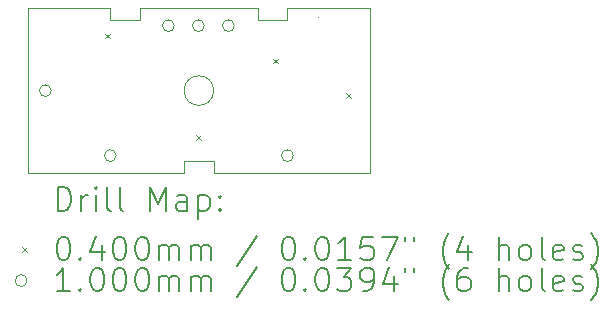
<source format=gbr>
%TF.GenerationSoftware,KiCad,Pcbnew,7.0.9*%
%TF.CreationDate,2024-02-15T17:21:28-06:00*%
%TF.ProjectId,MUX,4d55582e-6b69-4636-9164-5f7063625858,rev?*%
%TF.SameCoordinates,Original*%
%TF.FileFunction,Drillmap*%
%TF.FilePolarity,Positive*%
%FSLAX45Y45*%
G04 Gerber Fmt 4.5, Leading zero omitted, Abs format (unit mm)*
G04 Created by KiCad (PCBNEW 7.0.9) date 2024-02-15 17:21:28*
%MOMM*%
%LPD*%
G01*
G04 APERTURE LIST*
%ADD10C,0.100000*%
%ADD11C,0.200000*%
G04 APERTURE END LIST*
D10*
X14750000Y-8150000D02*
X15000000Y-8150000D01*
X15000000Y-8050000D01*
X16000000Y-8050000D01*
X16000000Y-8150000D01*
X16250000Y-8150000D01*
X16250000Y-8050000D01*
X16950000Y-8050000D01*
X16950000Y-9450000D01*
X15625000Y-9450000D01*
X15625000Y-9350000D01*
X15375000Y-9350000D01*
X15375000Y-9450000D01*
X14050000Y-9450000D01*
X14050000Y-8050000D01*
X14750000Y-8050000D01*
X14750000Y-8150000D01*
X16510000Y-8128000D02*
G75*
G03*
X16510000Y-8128000I0J0D01*
G01*
X15625000Y-8750000D02*
G75*
G03*
X15625000Y-8750000I-125000J0D01*
G01*
D11*
D10*
X14707407Y-8268102D02*
X14747407Y-8308102D01*
X14747407Y-8268102D02*
X14707407Y-8308102D01*
X15474000Y-9124000D02*
X15514000Y-9164000D01*
X15514000Y-9124000D02*
X15474000Y-9164000D01*
X16130000Y-8480000D02*
X16170000Y-8520000D01*
X16170000Y-8480000D02*
X16130000Y-8520000D01*
X16744000Y-8773564D02*
X16784000Y-8813564D01*
X16784000Y-8773564D02*
X16744000Y-8813564D01*
X14250000Y-8750000D02*
G75*
G03*
X14250000Y-8750000I-50000J0D01*
G01*
X14800000Y-9300000D02*
G75*
G03*
X14800000Y-9300000I-50000J0D01*
G01*
X15292000Y-8200000D02*
G75*
G03*
X15292000Y-8200000I-50000J0D01*
G01*
X15546000Y-8200000D02*
G75*
G03*
X15546000Y-8200000I-50000J0D01*
G01*
X15800000Y-8200000D02*
G75*
G03*
X15800000Y-8200000I-50000J0D01*
G01*
X16300000Y-9300000D02*
G75*
G03*
X16300000Y-9300000I-50000J0D01*
G01*
D11*
X14305777Y-9766484D02*
X14305777Y-9566484D01*
X14305777Y-9566484D02*
X14353396Y-9566484D01*
X14353396Y-9566484D02*
X14381967Y-9576008D01*
X14381967Y-9576008D02*
X14401015Y-9595055D01*
X14401015Y-9595055D02*
X14410539Y-9614103D01*
X14410539Y-9614103D02*
X14420062Y-9652198D01*
X14420062Y-9652198D02*
X14420062Y-9680770D01*
X14420062Y-9680770D02*
X14410539Y-9718865D01*
X14410539Y-9718865D02*
X14401015Y-9737912D01*
X14401015Y-9737912D02*
X14381967Y-9756960D01*
X14381967Y-9756960D02*
X14353396Y-9766484D01*
X14353396Y-9766484D02*
X14305777Y-9766484D01*
X14505777Y-9766484D02*
X14505777Y-9633150D01*
X14505777Y-9671246D02*
X14515301Y-9652198D01*
X14515301Y-9652198D02*
X14524824Y-9642674D01*
X14524824Y-9642674D02*
X14543872Y-9633150D01*
X14543872Y-9633150D02*
X14562920Y-9633150D01*
X14629586Y-9766484D02*
X14629586Y-9633150D01*
X14629586Y-9566484D02*
X14620062Y-9576008D01*
X14620062Y-9576008D02*
X14629586Y-9585531D01*
X14629586Y-9585531D02*
X14639110Y-9576008D01*
X14639110Y-9576008D02*
X14629586Y-9566484D01*
X14629586Y-9566484D02*
X14629586Y-9585531D01*
X14753396Y-9766484D02*
X14734348Y-9756960D01*
X14734348Y-9756960D02*
X14724824Y-9737912D01*
X14724824Y-9737912D02*
X14724824Y-9566484D01*
X14858158Y-9766484D02*
X14839110Y-9756960D01*
X14839110Y-9756960D02*
X14829586Y-9737912D01*
X14829586Y-9737912D02*
X14829586Y-9566484D01*
X15086729Y-9766484D02*
X15086729Y-9566484D01*
X15086729Y-9566484D02*
X15153396Y-9709341D01*
X15153396Y-9709341D02*
X15220062Y-9566484D01*
X15220062Y-9566484D02*
X15220062Y-9766484D01*
X15401015Y-9766484D02*
X15401015Y-9661722D01*
X15401015Y-9661722D02*
X15391491Y-9642674D01*
X15391491Y-9642674D02*
X15372443Y-9633150D01*
X15372443Y-9633150D02*
X15334348Y-9633150D01*
X15334348Y-9633150D02*
X15315301Y-9642674D01*
X15401015Y-9756960D02*
X15381967Y-9766484D01*
X15381967Y-9766484D02*
X15334348Y-9766484D01*
X15334348Y-9766484D02*
X15315301Y-9756960D01*
X15315301Y-9756960D02*
X15305777Y-9737912D01*
X15305777Y-9737912D02*
X15305777Y-9718865D01*
X15305777Y-9718865D02*
X15315301Y-9699817D01*
X15315301Y-9699817D02*
X15334348Y-9690293D01*
X15334348Y-9690293D02*
X15381967Y-9690293D01*
X15381967Y-9690293D02*
X15401015Y-9680770D01*
X15496253Y-9633150D02*
X15496253Y-9833150D01*
X15496253Y-9642674D02*
X15515301Y-9633150D01*
X15515301Y-9633150D02*
X15553396Y-9633150D01*
X15553396Y-9633150D02*
X15572443Y-9642674D01*
X15572443Y-9642674D02*
X15581967Y-9652198D01*
X15581967Y-9652198D02*
X15591491Y-9671246D01*
X15591491Y-9671246D02*
X15591491Y-9728389D01*
X15591491Y-9728389D02*
X15581967Y-9747436D01*
X15581967Y-9747436D02*
X15572443Y-9756960D01*
X15572443Y-9756960D02*
X15553396Y-9766484D01*
X15553396Y-9766484D02*
X15515301Y-9766484D01*
X15515301Y-9766484D02*
X15496253Y-9756960D01*
X15677205Y-9747436D02*
X15686729Y-9756960D01*
X15686729Y-9756960D02*
X15677205Y-9766484D01*
X15677205Y-9766484D02*
X15667682Y-9756960D01*
X15667682Y-9756960D02*
X15677205Y-9747436D01*
X15677205Y-9747436D02*
X15677205Y-9766484D01*
X15677205Y-9642674D02*
X15686729Y-9652198D01*
X15686729Y-9652198D02*
X15677205Y-9661722D01*
X15677205Y-9661722D02*
X15667682Y-9652198D01*
X15667682Y-9652198D02*
X15677205Y-9642674D01*
X15677205Y-9642674D02*
X15677205Y-9661722D01*
D10*
X14005000Y-10075000D02*
X14045000Y-10115000D01*
X14045000Y-10075000D02*
X14005000Y-10115000D01*
D11*
X14343872Y-9986484D02*
X14362920Y-9986484D01*
X14362920Y-9986484D02*
X14381967Y-9996008D01*
X14381967Y-9996008D02*
X14391491Y-10005531D01*
X14391491Y-10005531D02*
X14401015Y-10024579D01*
X14401015Y-10024579D02*
X14410539Y-10062674D01*
X14410539Y-10062674D02*
X14410539Y-10110293D01*
X14410539Y-10110293D02*
X14401015Y-10148389D01*
X14401015Y-10148389D02*
X14391491Y-10167436D01*
X14391491Y-10167436D02*
X14381967Y-10176960D01*
X14381967Y-10176960D02*
X14362920Y-10186484D01*
X14362920Y-10186484D02*
X14343872Y-10186484D01*
X14343872Y-10186484D02*
X14324824Y-10176960D01*
X14324824Y-10176960D02*
X14315301Y-10167436D01*
X14315301Y-10167436D02*
X14305777Y-10148389D01*
X14305777Y-10148389D02*
X14296253Y-10110293D01*
X14296253Y-10110293D02*
X14296253Y-10062674D01*
X14296253Y-10062674D02*
X14305777Y-10024579D01*
X14305777Y-10024579D02*
X14315301Y-10005531D01*
X14315301Y-10005531D02*
X14324824Y-9996008D01*
X14324824Y-9996008D02*
X14343872Y-9986484D01*
X14496253Y-10167436D02*
X14505777Y-10176960D01*
X14505777Y-10176960D02*
X14496253Y-10186484D01*
X14496253Y-10186484D02*
X14486729Y-10176960D01*
X14486729Y-10176960D02*
X14496253Y-10167436D01*
X14496253Y-10167436D02*
X14496253Y-10186484D01*
X14677205Y-10053150D02*
X14677205Y-10186484D01*
X14629586Y-9976960D02*
X14581967Y-10119817D01*
X14581967Y-10119817D02*
X14705777Y-10119817D01*
X14820062Y-9986484D02*
X14839110Y-9986484D01*
X14839110Y-9986484D02*
X14858158Y-9996008D01*
X14858158Y-9996008D02*
X14867682Y-10005531D01*
X14867682Y-10005531D02*
X14877205Y-10024579D01*
X14877205Y-10024579D02*
X14886729Y-10062674D01*
X14886729Y-10062674D02*
X14886729Y-10110293D01*
X14886729Y-10110293D02*
X14877205Y-10148389D01*
X14877205Y-10148389D02*
X14867682Y-10167436D01*
X14867682Y-10167436D02*
X14858158Y-10176960D01*
X14858158Y-10176960D02*
X14839110Y-10186484D01*
X14839110Y-10186484D02*
X14820062Y-10186484D01*
X14820062Y-10186484D02*
X14801015Y-10176960D01*
X14801015Y-10176960D02*
X14791491Y-10167436D01*
X14791491Y-10167436D02*
X14781967Y-10148389D01*
X14781967Y-10148389D02*
X14772443Y-10110293D01*
X14772443Y-10110293D02*
X14772443Y-10062674D01*
X14772443Y-10062674D02*
X14781967Y-10024579D01*
X14781967Y-10024579D02*
X14791491Y-10005531D01*
X14791491Y-10005531D02*
X14801015Y-9996008D01*
X14801015Y-9996008D02*
X14820062Y-9986484D01*
X15010539Y-9986484D02*
X15029586Y-9986484D01*
X15029586Y-9986484D02*
X15048634Y-9996008D01*
X15048634Y-9996008D02*
X15058158Y-10005531D01*
X15058158Y-10005531D02*
X15067682Y-10024579D01*
X15067682Y-10024579D02*
X15077205Y-10062674D01*
X15077205Y-10062674D02*
X15077205Y-10110293D01*
X15077205Y-10110293D02*
X15067682Y-10148389D01*
X15067682Y-10148389D02*
X15058158Y-10167436D01*
X15058158Y-10167436D02*
X15048634Y-10176960D01*
X15048634Y-10176960D02*
X15029586Y-10186484D01*
X15029586Y-10186484D02*
X15010539Y-10186484D01*
X15010539Y-10186484D02*
X14991491Y-10176960D01*
X14991491Y-10176960D02*
X14981967Y-10167436D01*
X14981967Y-10167436D02*
X14972443Y-10148389D01*
X14972443Y-10148389D02*
X14962920Y-10110293D01*
X14962920Y-10110293D02*
X14962920Y-10062674D01*
X14962920Y-10062674D02*
X14972443Y-10024579D01*
X14972443Y-10024579D02*
X14981967Y-10005531D01*
X14981967Y-10005531D02*
X14991491Y-9996008D01*
X14991491Y-9996008D02*
X15010539Y-9986484D01*
X15162920Y-10186484D02*
X15162920Y-10053150D01*
X15162920Y-10072198D02*
X15172443Y-10062674D01*
X15172443Y-10062674D02*
X15191491Y-10053150D01*
X15191491Y-10053150D02*
X15220063Y-10053150D01*
X15220063Y-10053150D02*
X15239110Y-10062674D01*
X15239110Y-10062674D02*
X15248634Y-10081722D01*
X15248634Y-10081722D02*
X15248634Y-10186484D01*
X15248634Y-10081722D02*
X15258158Y-10062674D01*
X15258158Y-10062674D02*
X15277205Y-10053150D01*
X15277205Y-10053150D02*
X15305777Y-10053150D01*
X15305777Y-10053150D02*
X15324824Y-10062674D01*
X15324824Y-10062674D02*
X15334348Y-10081722D01*
X15334348Y-10081722D02*
X15334348Y-10186484D01*
X15429586Y-10186484D02*
X15429586Y-10053150D01*
X15429586Y-10072198D02*
X15439110Y-10062674D01*
X15439110Y-10062674D02*
X15458158Y-10053150D01*
X15458158Y-10053150D02*
X15486729Y-10053150D01*
X15486729Y-10053150D02*
X15505777Y-10062674D01*
X15505777Y-10062674D02*
X15515301Y-10081722D01*
X15515301Y-10081722D02*
X15515301Y-10186484D01*
X15515301Y-10081722D02*
X15524824Y-10062674D01*
X15524824Y-10062674D02*
X15543872Y-10053150D01*
X15543872Y-10053150D02*
X15572443Y-10053150D01*
X15572443Y-10053150D02*
X15591491Y-10062674D01*
X15591491Y-10062674D02*
X15601015Y-10081722D01*
X15601015Y-10081722D02*
X15601015Y-10186484D01*
X15991491Y-9976960D02*
X15820063Y-10234103D01*
X16248634Y-9986484D02*
X16267682Y-9986484D01*
X16267682Y-9986484D02*
X16286729Y-9996008D01*
X16286729Y-9996008D02*
X16296253Y-10005531D01*
X16296253Y-10005531D02*
X16305777Y-10024579D01*
X16305777Y-10024579D02*
X16315301Y-10062674D01*
X16315301Y-10062674D02*
X16315301Y-10110293D01*
X16315301Y-10110293D02*
X16305777Y-10148389D01*
X16305777Y-10148389D02*
X16296253Y-10167436D01*
X16296253Y-10167436D02*
X16286729Y-10176960D01*
X16286729Y-10176960D02*
X16267682Y-10186484D01*
X16267682Y-10186484D02*
X16248634Y-10186484D01*
X16248634Y-10186484D02*
X16229586Y-10176960D01*
X16229586Y-10176960D02*
X16220063Y-10167436D01*
X16220063Y-10167436D02*
X16210539Y-10148389D01*
X16210539Y-10148389D02*
X16201015Y-10110293D01*
X16201015Y-10110293D02*
X16201015Y-10062674D01*
X16201015Y-10062674D02*
X16210539Y-10024579D01*
X16210539Y-10024579D02*
X16220063Y-10005531D01*
X16220063Y-10005531D02*
X16229586Y-9996008D01*
X16229586Y-9996008D02*
X16248634Y-9986484D01*
X16401015Y-10167436D02*
X16410539Y-10176960D01*
X16410539Y-10176960D02*
X16401015Y-10186484D01*
X16401015Y-10186484D02*
X16391491Y-10176960D01*
X16391491Y-10176960D02*
X16401015Y-10167436D01*
X16401015Y-10167436D02*
X16401015Y-10186484D01*
X16534348Y-9986484D02*
X16553396Y-9986484D01*
X16553396Y-9986484D02*
X16572444Y-9996008D01*
X16572444Y-9996008D02*
X16581967Y-10005531D01*
X16581967Y-10005531D02*
X16591491Y-10024579D01*
X16591491Y-10024579D02*
X16601015Y-10062674D01*
X16601015Y-10062674D02*
X16601015Y-10110293D01*
X16601015Y-10110293D02*
X16591491Y-10148389D01*
X16591491Y-10148389D02*
X16581967Y-10167436D01*
X16581967Y-10167436D02*
X16572444Y-10176960D01*
X16572444Y-10176960D02*
X16553396Y-10186484D01*
X16553396Y-10186484D02*
X16534348Y-10186484D01*
X16534348Y-10186484D02*
X16515301Y-10176960D01*
X16515301Y-10176960D02*
X16505777Y-10167436D01*
X16505777Y-10167436D02*
X16496253Y-10148389D01*
X16496253Y-10148389D02*
X16486729Y-10110293D01*
X16486729Y-10110293D02*
X16486729Y-10062674D01*
X16486729Y-10062674D02*
X16496253Y-10024579D01*
X16496253Y-10024579D02*
X16505777Y-10005531D01*
X16505777Y-10005531D02*
X16515301Y-9996008D01*
X16515301Y-9996008D02*
X16534348Y-9986484D01*
X16791491Y-10186484D02*
X16677206Y-10186484D01*
X16734348Y-10186484D02*
X16734348Y-9986484D01*
X16734348Y-9986484D02*
X16715301Y-10015055D01*
X16715301Y-10015055D02*
X16696253Y-10034103D01*
X16696253Y-10034103D02*
X16677206Y-10043627D01*
X16972444Y-9986484D02*
X16877206Y-9986484D01*
X16877206Y-9986484D02*
X16867682Y-10081722D01*
X16867682Y-10081722D02*
X16877206Y-10072198D01*
X16877206Y-10072198D02*
X16896253Y-10062674D01*
X16896253Y-10062674D02*
X16943872Y-10062674D01*
X16943872Y-10062674D02*
X16962920Y-10072198D01*
X16962920Y-10072198D02*
X16972444Y-10081722D01*
X16972444Y-10081722D02*
X16981968Y-10100770D01*
X16981968Y-10100770D02*
X16981968Y-10148389D01*
X16981968Y-10148389D02*
X16972444Y-10167436D01*
X16972444Y-10167436D02*
X16962920Y-10176960D01*
X16962920Y-10176960D02*
X16943872Y-10186484D01*
X16943872Y-10186484D02*
X16896253Y-10186484D01*
X16896253Y-10186484D02*
X16877206Y-10176960D01*
X16877206Y-10176960D02*
X16867682Y-10167436D01*
X17048634Y-9986484D02*
X17181968Y-9986484D01*
X17181968Y-9986484D02*
X17096253Y-10186484D01*
X17248634Y-9986484D02*
X17248634Y-10024579D01*
X17324825Y-9986484D02*
X17324825Y-10024579D01*
X17620063Y-10262674D02*
X17610539Y-10253150D01*
X17610539Y-10253150D02*
X17591491Y-10224579D01*
X17591491Y-10224579D02*
X17581968Y-10205531D01*
X17581968Y-10205531D02*
X17572444Y-10176960D01*
X17572444Y-10176960D02*
X17562920Y-10129341D01*
X17562920Y-10129341D02*
X17562920Y-10091246D01*
X17562920Y-10091246D02*
X17572444Y-10043627D01*
X17572444Y-10043627D02*
X17581968Y-10015055D01*
X17581968Y-10015055D02*
X17591491Y-9996008D01*
X17591491Y-9996008D02*
X17610539Y-9967436D01*
X17610539Y-9967436D02*
X17620063Y-9957912D01*
X17781968Y-10053150D02*
X17781968Y-10186484D01*
X17734349Y-9976960D02*
X17686730Y-10119817D01*
X17686730Y-10119817D02*
X17810539Y-10119817D01*
X18039111Y-10186484D02*
X18039111Y-9986484D01*
X18124825Y-10186484D02*
X18124825Y-10081722D01*
X18124825Y-10081722D02*
X18115301Y-10062674D01*
X18115301Y-10062674D02*
X18096253Y-10053150D01*
X18096253Y-10053150D02*
X18067682Y-10053150D01*
X18067682Y-10053150D02*
X18048634Y-10062674D01*
X18048634Y-10062674D02*
X18039111Y-10072198D01*
X18248634Y-10186484D02*
X18229587Y-10176960D01*
X18229587Y-10176960D02*
X18220063Y-10167436D01*
X18220063Y-10167436D02*
X18210539Y-10148389D01*
X18210539Y-10148389D02*
X18210539Y-10091246D01*
X18210539Y-10091246D02*
X18220063Y-10072198D01*
X18220063Y-10072198D02*
X18229587Y-10062674D01*
X18229587Y-10062674D02*
X18248634Y-10053150D01*
X18248634Y-10053150D02*
X18277206Y-10053150D01*
X18277206Y-10053150D02*
X18296253Y-10062674D01*
X18296253Y-10062674D02*
X18305777Y-10072198D01*
X18305777Y-10072198D02*
X18315301Y-10091246D01*
X18315301Y-10091246D02*
X18315301Y-10148389D01*
X18315301Y-10148389D02*
X18305777Y-10167436D01*
X18305777Y-10167436D02*
X18296253Y-10176960D01*
X18296253Y-10176960D02*
X18277206Y-10186484D01*
X18277206Y-10186484D02*
X18248634Y-10186484D01*
X18429587Y-10186484D02*
X18410539Y-10176960D01*
X18410539Y-10176960D02*
X18401015Y-10157912D01*
X18401015Y-10157912D02*
X18401015Y-9986484D01*
X18581968Y-10176960D02*
X18562920Y-10186484D01*
X18562920Y-10186484D02*
X18524825Y-10186484D01*
X18524825Y-10186484D02*
X18505777Y-10176960D01*
X18505777Y-10176960D02*
X18496253Y-10157912D01*
X18496253Y-10157912D02*
X18496253Y-10081722D01*
X18496253Y-10081722D02*
X18505777Y-10062674D01*
X18505777Y-10062674D02*
X18524825Y-10053150D01*
X18524825Y-10053150D02*
X18562920Y-10053150D01*
X18562920Y-10053150D02*
X18581968Y-10062674D01*
X18581968Y-10062674D02*
X18591492Y-10081722D01*
X18591492Y-10081722D02*
X18591492Y-10100770D01*
X18591492Y-10100770D02*
X18496253Y-10119817D01*
X18667682Y-10176960D02*
X18686730Y-10186484D01*
X18686730Y-10186484D02*
X18724825Y-10186484D01*
X18724825Y-10186484D02*
X18743873Y-10176960D01*
X18743873Y-10176960D02*
X18753396Y-10157912D01*
X18753396Y-10157912D02*
X18753396Y-10148389D01*
X18753396Y-10148389D02*
X18743873Y-10129341D01*
X18743873Y-10129341D02*
X18724825Y-10119817D01*
X18724825Y-10119817D02*
X18696253Y-10119817D01*
X18696253Y-10119817D02*
X18677206Y-10110293D01*
X18677206Y-10110293D02*
X18667682Y-10091246D01*
X18667682Y-10091246D02*
X18667682Y-10081722D01*
X18667682Y-10081722D02*
X18677206Y-10062674D01*
X18677206Y-10062674D02*
X18696253Y-10053150D01*
X18696253Y-10053150D02*
X18724825Y-10053150D01*
X18724825Y-10053150D02*
X18743873Y-10062674D01*
X18820063Y-10262674D02*
X18829587Y-10253150D01*
X18829587Y-10253150D02*
X18848634Y-10224579D01*
X18848634Y-10224579D02*
X18858158Y-10205531D01*
X18858158Y-10205531D02*
X18867682Y-10176960D01*
X18867682Y-10176960D02*
X18877206Y-10129341D01*
X18877206Y-10129341D02*
X18877206Y-10091246D01*
X18877206Y-10091246D02*
X18867682Y-10043627D01*
X18867682Y-10043627D02*
X18858158Y-10015055D01*
X18858158Y-10015055D02*
X18848634Y-9996008D01*
X18848634Y-9996008D02*
X18829587Y-9967436D01*
X18829587Y-9967436D02*
X18820063Y-9957912D01*
D10*
X14045000Y-10359000D02*
G75*
G03*
X14045000Y-10359000I-50000J0D01*
G01*
D11*
X14410539Y-10450484D02*
X14296253Y-10450484D01*
X14353396Y-10450484D02*
X14353396Y-10250484D01*
X14353396Y-10250484D02*
X14334348Y-10279055D01*
X14334348Y-10279055D02*
X14315301Y-10298103D01*
X14315301Y-10298103D02*
X14296253Y-10307627D01*
X14496253Y-10431436D02*
X14505777Y-10440960D01*
X14505777Y-10440960D02*
X14496253Y-10450484D01*
X14496253Y-10450484D02*
X14486729Y-10440960D01*
X14486729Y-10440960D02*
X14496253Y-10431436D01*
X14496253Y-10431436D02*
X14496253Y-10450484D01*
X14629586Y-10250484D02*
X14648634Y-10250484D01*
X14648634Y-10250484D02*
X14667682Y-10260008D01*
X14667682Y-10260008D02*
X14677205Y-10269531D01*
X14677205Y-10269531D02*
X14686729Y-10288579D01*
X14686729Y-10288579D02*
X14696253Y-10326674D01*
X14696253Y-10326674D02*
X14696253Y-10374293D01*
X14696253Y-10374293D02*
X14686729Y-10412389D01*
X14686729Y-10412389D02*
X14677205Y-10431436D01*
X14677205Y-10431436D02*
X14667682Y-10440960D01*
X14667682Y-10440960D02*
X14648634Y-10450484D01*
X14648634Y-10450484D02*
X14629586Y-10450484D01*
X14629586Y-10450484D02*
X14610539Y-10440960D01*
X14610539Y-10440960D02*
X14601015Y-10431436D01*
X14601015Y-10431436D02*
X14591491Y-10412389D01*
X14591491Y-10412389D02*
X14581967Y-10374293D01*
X14581967Y-10374293D02*
X14581967Y-10326674D01*
X14581967Y-10326674D02*
X14591491Y-10288579D01*
X14591491Y-10288579D02*
X14601015Y-10269531D01*
X14601015Y-10269531D02*
X14610539Y-10260008D01*
X14610539Y-10260008D02*
X14629586Y-10250484D01*
X14820062Y-10250484D02*
X14839110Y-10250484D01*
X14839110Y-10250484D02*
X14858158Y-10260008D01*
X14858158Y-10260008D02*
X14867682Y-10269531D01*
X14867682Y-10269531D02*
X14877205Y-10288579D01*
X14877205Y-10288579D02*
X14886729Y-10326674D01*
X14886729Y-10326674D02*
X14886729Y-10374293D01*
X14886729Y-10374293D02*
X14877205Y-10412389D01*
X14877205Y-10412389D02*
X14867682Y-10431436D01*
X14867682Y-10431436D02*
X14858158Y-10440960D01*
X14858158Y-10440960D02*
X14839110Y-10450484D01*
X14839110Y-10450484D02*
X14820062Y-10450484D01*
X14820062Y-10450484D02*
X14801015Y-10440960D01*
X14801015Y-10440960D02*
X14791491Y-10431436D01*
X14791491Y-10431436D02*
X14781967Y-10412389D01*
X14781967Y-10412389D02*
X14772443Y-10374293D01*
X14772443Y-10374293D02*
X14772443Y-10326674D01*
X14772443Y-10326674D02*
X14781967Y-10288579D01*
X14781967Y-10288579D02*
X14791491Y-10269531D01*
X14791491Y-10269531D02*
X14801015Y-10260008D01*
X14801015Y-10260008D02*
X14820062Y-10250484D01*
X15010539Y-10250484D02*
X15029586Y-10250484D01*
X15029586Y-10250484D02*
X15048634Y-10260008D01*
X15048634Y-10260008D02*
X15058158Y-10269531D01*
X15058158Y-10269531D02*
X15067682Y-10288579D01*
X15067682Y-10288579D02*
X15077205Y-10326674D01*
X15077205Y-10326674D02*
X15077205Y-10374293D01*
X15077205Y-10374293D02*
X15067682Y-10412389D01*
X15067682Y-10412389D02*
X15058158Y-10431436D01*
X15058158Y-10431436D02*
X15048634Y-10440960D01*
X15048634Y-10440960D02*
X15029586Y-10450484D01*
X15029586Y-10450484D02*
X15010539Y-10450484D01*
X15010539Y-10450484D02*
X14991491Y-10440960D01*
X14991491Y-10440960D02*
X14981967Y-10431436D01*
X14981967Y-10431436D02*
X14972443Y-10412389D01*
X14972443Y-10412389D02*
X14962920Y-10374293D01*
X14962920Y-10374293D02*
X14962920Y-10326674D01*
X14962920Y-10326674D02*
X14972443Y-10288579D01*
X14972443Y-10288579D02*
X14981967Y-10269531D01*
X14981967Y-10269531D02*
X14991491Y-10260008D01*
X14991491Y-10260008D02*
X15010539Y-10250484D01*
X15162920Y-10450484D02*
X15162920Y-10317150D01*
X15162920Y-10336198D02*
X15172443Y-10326674D01*
X15172443Y-10326674D02*
X15191491Y-10317150D01*
X15191491Y-10317150D02*
X15220063Y-10317150D01*
X15220063Y-10317150D02*
X15239110Y-10326674D01*
X15239110Y-10326674D02*
X15248634Y-10345722D01*
X15248634Y-10345722D02*
X15248634Y-10450484D01*
X15248634Y-10345722D02*
X15258158Y-10326674D01*
X15258158Y-10326674D02*
X15277205Y-10317150D01*
X15277205Y-10317150D02*
X15305777Y-10317150D01*
X15305777Y-10317150D02*
X15324824Y-10326674D01*
X15324824Y-10326674D02*
X15334348Y-10345722D01*
X15334348Y-10345722D02*
X15334348Y-10450484D01*
X15429586Y-10450484D02*
X15429586Y-10317150D01*
X15429586Y-10336198D02*
X15439110Y-10326674D01*
X15439110Y-10326674D02*
X15458158Y-10317150D01*
X15458158Y-10317150D02*
X15486729Y-10317150D01*
X15486729Y-10317150D02*
X15505777Y-10326674D01*
X15505777Y-10326674D02*
X15515301Y-10345722D01*
X15515301Y-10345722D02*
X15515301Y-10450484D01*
X15515301Y-10345722D02*
X15524824Y-10326674D01*
X15524824Y-10326674D02*
X15543872Y-10317150D01*
X15543872Y-10317150D02*
X15572443Y-10317150D01*
X15572443Y-10317150D02*
X15591491Y-10326674D01*
X15591491Y-10326674D02*
X15601015Y-10345722D01*
X15601015Y-10345722D02*
X15601015Y-10450484D01*
X15991491Y-10240960D02*
X15820063Y-10498103D01*
X16248634Y-10250484D02*
X16267682Y-10250484D01*
X16267682Y-10250484D02*
X16286729Y-10260008D01*
X16286729Y-10260008D02*
X16296253Y-10269531D01*
X16296253Y-10269531D02*
X16305777Y-10288579D01*
X16305777Y-10288579D02*
X16315301Y-10326674D01*
X16315301Y-10326674D02*
X16315301Y-10374293D01*
X16315301Y-10374293D02*
X16305777Y-10412389D01*
X16305777Y-10412389D02*
X16296253Y-10431436D01*
X16296253Y-10431436D02*
X16286729Y-10440960D01*
X16286729Y-10440960D02*
X16267682Y-10450484D01*
X16267682Y-10450484D02*
X16248634Y-10450484D01*
X16248634Y-10450484D02*
X16229586Y-10440960D01*
X16229586Y-10440960D02*
X16220063Y-10431436D01*
X16220063Y-10431436D02*
X16210539Y-10412389D01*
X16210539Y-10412389D02*
X16201015Y-10374293D01*
X16201015Y-10374293D02*
X16201015Y-10326674D01*
X16201015Y-10326674D02*
X16210539Y-10288579D01*
X16210539Y-10288579D02*
X16220063Y-10269531D01*
X16220063Y-10269531D02*
X16229586Y-10260008D01*
X16229586Y-10260008D02*
X16248634Y-10250484D01*
X16401015Y-10431436D02*
X16410539Y-10440960D01*
X16410539Y-10440960D02*
X16401015Y-10450484D01*
X16401015Y-10450484D02*
X16391491Y-10440960D01*
X16391491Y-10440960D02*
X16401015Y-10431436D01*
X16401015Y-10431436D02*
X16401015Y-10450484D01*
X16534348Y-10250484D02*
X16553396Y-10250484D01*
X16553396Y-10250484D02*
X16572444Y-10260008D01*
X16572444Y-10260008D02*
X16581967Y-10269531D01*
X16581967Y-10269531D02*
X16591491Y-10288579D01*
X16591491Y-10288579D02*
X16601015Y-10326674D01*
X16601015Y-10326674D02*
X16601015Y-10374293D01*
X16601015Y-10374293D02*
X16591491Y-10412389D01*
X16591491Y-10412389D02*
X16581967Y-10431436D01*
X16581967Y-10431436D02*
X16572444Y-10440960D01*
X16572444Y-10440960D02*
X16553396Y-10450484D01*
X16553396Y-10450484D02*
X16534348Y-10450484D01*
X16534348Y-10450484D02*
X16515301Y-10440960D01*
X16515301Y-10440960D02*
X16505777Y-10431436D01*
X16505777Y-10431436D02*
X16496253Y-10412389D01*
X16496253Y-10412389D02*
X16486729Y-10374293D01*
X16486729Y-10374293D02*
X16486729Y-10326674D01*
X16486729Y-10326674D02*
X16496253Y-10288579D01*
X16496253Y-10288579D02*
X16505777Y-10269531D01*
X16505777Y-10269531D02*
X16515301Y-10260008D01*
X16515301Y-10260008D02*
X16534348Y-10250484D01*
X16667682Y-10250484D02*
X16791491Y-10250484D01*
X16791491Y-10250484D02*
X16724825Y-10326674D01*
X16724825Y-10326674D02*
X16753396Y-10326674D01*
X16753396Y-10326674D02*
X16772444Y-10336198D01*
X16772444Y-10336198D02*
X16781968Y-10345722D01*
X16781968Y-10345722D02*
X16791491Y-10364770D01*
X16791491Y-10364770D02*
X16791491Y-10412389D01*
X16791491Y-10412389D02*
X16781968Y-10431436D01*
X16781968Y-10431436D02*
X16772444Y-10440960D01*
X16772444Y-10440960D02*
X16753396Y-10450484D01*
X16753396Y-10450484D02*
X16696253Y-10450484D01*
X16696253Y-10450484D02*
X16677206Y-10440960D01*
X16677206Y-10440960D02*
X16667682Y-10431436D01*
X16886729Y-10450484D02*
X16924825Y-10450484D01*
X16924825Y-10450484D02*
X16943872Y-10440960D01*
X16943872Y-10440960D02*
X16953396Y-10431436D01*
X16953396Y-10431436D02*
X16972444Y-10402865D01*
X16972444Y-10402865D02*
X16981968Y-10364770D01*
X16981968Y-10364770D02*
X16981968Y-10288579D01*
X16981968Y-10288579D02*
X16972444Y-10269531D01*
X16972444Y-10269531D02*
X16962920Y-10260008D01*
X16962920Y-10260008D02*
X16943872Y-10250484D01*
X16943872Y-10250484D02*
X16905777Y-10250484D01*
X16905777Y-10250484D02*
X16886729Y-10260008D01*
X16886729Y-10260008D02*
X16877206Y-10269531D01*
X16877206Y-10269531D02*
X16867682Y-10288579D01*
X16867682Y-10288579D02*
X16867682Y-10336198D01*
X16867682Y-10336198D02*
X16877206Y-10355246D01*
X16877206Y-10355246D02*
X16886729Y-10364770D01*
X16886729Y-10364770D02*
X16905777Y-10374293D01*
X16905777Y-10374293D02*
X16943872Y-10374293D01*
X16943872Y-10374293D02*
X16962920Y-10364770D01*
X16962920Y-10364770D02*
X16972444Y-10355246D01*
X16972444Y-10355246D02*
X16981968Y-10336198D01*
X17153396Y-10317150D02*
X17153396Y-10450484D01*
X17105777Y-10240960D02*
X17058158Y-10383817D01*
X17058158Y-10383817D02*
X17181968Y-10383817D01*
X17248634Y-10250484D02*
X17248634Y-10288579D01*
X17324825Y-10250484D02*
X17324825Y-10288579D01*
X17620063Y-10526674D02*
X17610539Y-10517150D01*
X17610539Y-10517150D02*
X17591491Y-10488579D01*
X17591491Y-10488579D02*
X17581968Y-10469531D01*
X17581968Y-10469531D02*
X17572444Y-10440960D01*
X17572444Y-10440960D02*
X17562920Y-10393341D01*
X17562920Y-10393341D02*
X17562920Y-10355246D01*
X17562920Y-10355246D02*
X17572444Y-10307627D01*
X17572444Y-10307627D02*
X17581968Y-10279055D01*
X17581968Y-10279055D02*
X17591491Y-10260008D01*
X17591491Y-10260008D02*
X17610539Y-10231436D01*
X17610539Y-10231436D02*
X17620063Y-10221912D01*
X17781968Y-10250484D02*
X17743872Y-10250484D01*
X17743872Y-10250484D02*
X17724825Y-10260008D01*
X17724825Y-10260008D02*
X17715301Y-10269531D01*
X17715301Y-10269531D02*
X17696253Y-10298103D01*
X17696253Y-10298103D02*
X17686730Y-10336198D01*
X17686730Y-10336198D02*
X17686730Y-10412389D01*
X17686730Y-10412389D02*
X17696253Y-10431436D01*
X17696253Y-10431436D02*
X17705777Y-10440960D01*
X17705777Y-10440960D02*
X17724825Y-10450484D01*
X17724825Y-10450484D02*
X17762920Y-10450484D01*
X17762920Y-10450484D02*
X17781968Y-10440960D01*
X17781968Y-10440960D02*
X17791491Y-10431436D01*
X17791491Y-10431436D02*
X17801015Y-10412389D01*
X17801015Y-10412389D02*
X17801015Y-10364770D01*
X17801015Y-10364770D02*
X17791491Y-10345722D01*
X17791491Y-10345722D02*
X17781968Y-10336198D01*
X17781968Y-10336198D02*
X17762920Y-10326674D01*
X17762920Y-10326674D02*
X17724825Y-10326674D01*
X17724825Y-10326674D02*
X17705777Y-10336198D01*
X17705777Y-10336198D02*
X17696253Y-10345722D01*
X17696253Y-10345722D02*
X17686730Y-10364770D01*
X18039111Y-10450484D02*
X18039111Y-10250484D01*
X18124825Y-10450484D02*
X18124825Y-10345722D01*
X18124825Y-10345722D02*
X18115301Y-10326674D01*
X18115301Y-10326674D02*
X18096253Y-10317150D01*
X18096253Y-10317150D02*
X18067682Y-10317150D01*
X18067682Y-10317150D02*
X18048634Y-10326674D01*
X18048634Y-10326674D02*
X18039111Y-10336198D01*
X18248634Y-10450484D02*
X18229587Y-10440960D01*
X18229587Y-10440960D02*
X18220063Y-10431436D01*
X18220063Y-10431436D02*
X18210539Y-10412389D01*
X18210539Y-10412389D02*
X18210539Y-10355246D01*
X18210539Y-10355246D02*
X18220063Y-10336198D01*
X18220063Y-10336198D02*
X18229587Y-10326674D01*
X18229587Y-10326674D02*
X18248634Y-10317150D01*
X18248634Y-10317150D02*
X18277206Y-10317150D01*
X18277206Y-10317150D02*
X18296253Y-10326674D01*
X18296253Y-10326674D02*
X18305777Y-10336198D01*
X18305777Y-10336198D02*
X18315301Y-10355246D01*
X18315301Y-10355246D02*
X18315301Y-10412389D01*
X18315301Y-10412389D02*
X18305777Y-10431436D01*
X18305777Y-10431436D02*
X18296253Y-10440960D01*
X18296253Y-10440960D02*
X18277206Y-10450484D01*
X18277206Y-10450484D02*
X18248634Y-10450484D01*
X18429587Y-10450484D02*
X18410539Y-10440960D01*
X18410539Y-10440960D02*
X18401015Y-10421912D01*
X18401015Y-10421912D02*
X18401015Y-10250484D01*
X18581968Y-10440960D02*
X18562920Y-10450484D01*
X18562920Y-10450484D02*
X18524825Y-10450484D01*
X18524825Y-10450484D02*
X18505777Y-10440960D01*
X18505777Y-10440960D02*
X18496253Y-10421912D01*
X18496253Y-10421912D02*
X18496253Y-10345722D01*
X18496253Y-10345722D02*
X18505777Y-10326674D01*
X18505777Y-10326674D02*
X18524825Y-10317150D01*
X18524825Y-10317150D02*
X18562920Y-10317150D01*
X18562920Y-10317150D02*
X18581968Y-10326674D01*
X18581968Y-10326674D02*
X18591492Y-10345722D01*
X18591492Y-10345722D02*
X18591492Y-10364770D01*
X18591492Y-10364770D02*
X18496253Y-10383817D01*
X18667682Y-10440960D02*
X18686730Y-10450484D01*
X18686730Y-10450484D02*
X18724825Y-10450484D01*
X18724825Y-10450484D02*
X18743873Y-10440960D01*
X18743873Y-10440960D02*
X18753396Y-10421912D01*
X18753396Y-10421912D02*
X18753396Y-10412389D01*
X18753396Y-10412389D02*
X18743873Y-10393341D01*
X18743873Y-10393341D02*
X18724825Y-10383817D01*
X18724825Y-10383817D02*
X18696253Y-10383817D01*
X18696253Y-10383817D02*
X18677206Y-10374293D01*
X18677206Y-10374293D02*
X18667682Y-10355246D01*
X18667682Y-10355246D02*
X18667682Y-10345722D01*
X18667682Y-10345722D02*
X18677206Y-10326674D01*
X18677206Y-10326674D02*
X18696253Y-10317150D01*
X18696253Y-10317150D02*
X18724825Y-10317150D01*
X18724825Y-10317150D02*
X18743873Y-10326674D01*
X18820063Y-10526674D02*
X18829587Y-10517150D01*
X18829587Y-10517150D02*
X18848634Y-10488579D01*
X18848634Y-10488579D02*
X18858158Y-10469531D01*
X18858158Y-10469531D02*
X18867682Y-10440960D01*
X18867682Y-10440960D02*
X18877206Y-10393341D01*
X18877206Y-10393341D02*
X18877206Y-10355246D01*
X18877206Y-10355246D02*
X18867682Y-10307627D01*
X18867682Y-10307627D02*
X18858158Y-10279055D01*
X18858158Y-10279055D02*
X18848634Y-10260008D01*
X18848634Y-10260008D02*
X18829587Y-10231436D01*
X18829587Y-10231436D02*
X18820063Y-10221912D01*
M02*

</source>
